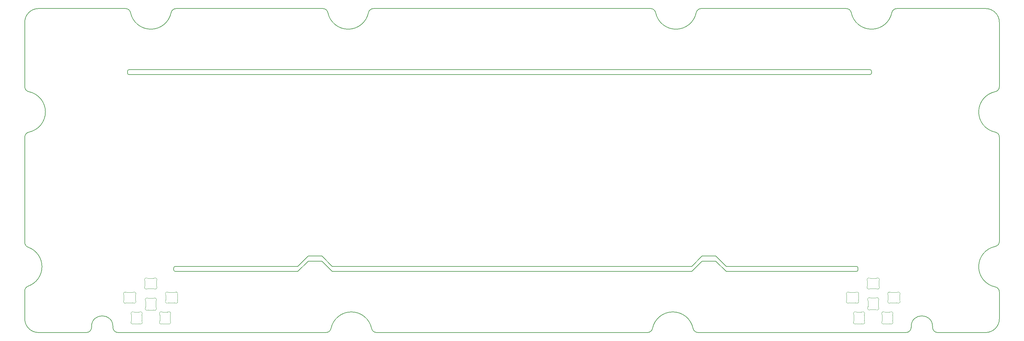
<source format=gbr>
G04 #@! TF.GenerationSoftware,KiCad,Pcbnew,(7.0.0-0)*
G04 #@! TF.CreationDate,2023-05-06T23:28:02-07:00*
G04 #@! TF.ProjectId,popstar,706f7073-7461-4722-9e6b-696361645f70,rev?*
G04 #@! TF.SameCoordinates,Original*
G04 #@! TF.FileFunction,Profile,NP*
%FSLAX46Y46*%
G04 Gerber Fmt 4.6, Leading zero omitted, Abs format (unit mm)*
G04 Created by KiCad (PCBNEW (7.0.0-0)) date 2023-05-06 23:28:02*
%MOMM*%
%LPD*%
G01*
G04 APERTURE LIST*
G04 #@! TA.AperFunction,Profile*
%ADD10C,0.200000*%
G04 #@! TD*
G04 #@! TA.AperFunction,Profile*
%ADD11C,0.100000*%
G04 #@! TD*
G04 APERTURE END LIST*
D10*
X63995900Y-33750045D02*
G75*
G03*
X62526206Y-32550044I-1469696J-300002D01*
G01*
X37299661Y-32550041D02*
X62526206Y-32550044D01*
X37299661Y-32550042D02*
G75*
G03*
X33299661Y-36550041I-2J-3999998D01*
G01*
X33299661Y-55254192D02*
X33299661Y-36550041D01*
X33299663Y-55254192D02*
G75*
G03*
X34499661Y-56723885I1499998J-1D01*
G01*
X34499967Y-68481376D02*
G75*
G03*
X34499661Y-56723886I-1200306J5878714D01*
G01*
X34499967Y-68481374D02*
G75*
G03*
X33300045Y-69951052I300080J-1469680D01*
G01*
X33300011Y-100528936D02*
X33300045Y-69951052D01*
X33300014Y-100528936D02*
G75*
G03*
X34300010Y-101943150I1499997J-4D01*
G01*
X34299997Y-113256853D02*
G75*
G03*
X34300010Y-101943152I-1999995J5656853D01*
G01*
X34299997Y-113256854D02*
G75*
G03*
X33299993Y-114671070I499999J-1414217D01*
G01*
X33299987Y-122749881D02*
X33299993Y-114671070D01*
X33299986Y-122749881D02*
G75*
G03*
X37299987Y-126749885I4000001J-3D01*
G01*
X51177333Y-126749886D02*
X37299987Y-126749885D01*
X51177333Y-126749886D02*
G75*
G03*
X52677332Y-125249886I1J1499998D01*
G01*
X52677333Y-124999884D02*
X52677332Y-125249886D01*
X58877335Y-124999887D02*
G75*
G03*
X52677333Y-124999884I-3100001J0D01*
G01*
X58877334Y-125249882D02*
X58877334Y-124999887D01*
X58877335Y-125249882D02*
G75*
G03*
X60377332Y-126749885I1499997J-6D01*
G01*
X120676245Y-126749886D02*
X60377332Y-126749885D01*
X120676245Y-126749882D02*
G75*
G03*
X122145938Y-125549886I0J1500000D01*
G01*
X133903490Y-125549886D02*
G75*
G03*
X122145940Y-125549886I-5878775J-1200000D01*
G01*
X133903490Y-125549886D02*
G75*
G03*
X135373184Y-126749887I1469693J299998D01*
G01*
X213918303Y-126749885D02*
X135373184Y-126749887D01*
X213918303Y-126749884D02*
G75*
G03*
X215387996Y-125549886I0J1500000D01*
G01*
X227145548Y-125549884D02*
G75*
G03*
X215387997Y-125549886I-5878775J-1200001D01*
G01*
X227145548Y-125549884D02*
G75*
G03*
X228615241Y-126749885I1469693J299998D01*
G01*
X288914552Y-126749885D02*
X228615241Y-126749885D01*
X288914552Y-126749886D02*
G75*
G03*
X290414553Y-125249888I1J1500000D01*
G01*
X290414553Y-125000043D02*
X290414553Y-125249888D01*
X296614551Y-125000044D02*
G75*
G03*
X290414553Y-125000043I-3099999J0D01*
G01*
X296614555Y-125249883D02*
X296614555Y-125000044D01*
X296614552Y-125249883D02*
G75*
G03*
X298114554Y-126749885I1499999J-3D01*
G01*
X311991500Y-126749887D02*
X298114554Y-126749885D01*
X311991500Y-126749885D02*
G75*
G03*
X315991500Y-122749883I2J3999998D01*
G01*
X315991492Y-114948468D02*
X315991500Y-122749883D01*
X315991494Y-114948468D02*
G75*
G03*
X314791490Y-113478777I-1499999J-3D01*
G01*
X314791491Y-101721229D02*
G75*
G03*
X314791490Y-113478777I1199993J-5878774D01*
G01*
X314791490Y-101721227D02*
G75*
G03*
X315991494Y-100251547I-299998J1469696D01*
G01*
X315991813Y-69951144D02*
X315991494Y-100251547D01*
X315991813Y-69951144D02*
G75*
G03*
X314791816Y-68481434I-1500002J15D01*
G01*
X314791845Y-56723881D02*
G75*
G03*
X314791816Y-68481433I1199982J-5878779D01*
G01*
X314791845Y-56723881D02*
G75*
G03*
X315991849Y-55254189I-299993J1469692D01*
G01*
X315991849Y-36550041D02*
X315991849Y-55254189D01*
X315991849Y-36550041D02*
G75*
G03*
X311991848Y-32550041I-4000000J0D01*
G01*
X286265282Y-32550041D02*
X311991848Y-32550041D01*
X286265282Y-32550042D02*
G75*
G03*
X284795589Y-33750041I0J-1499999D01*
G01*
X273038035Y-33750042D02*
G75*
G03*
X284795589Y-33750041I5878777J1199999D01*
G01*
X273038037Y-33750041D02*
G75*
G03*
X271568343Y-32550043I-1469695J-300004D01*
G01*
X229526738Y-32550043D02*
X271568343Y-32550043D01*
X229526738Y-32550044D02*
G75*
G03*
X228057047Y-33750043I1J-1499998D01*
G01*
X216299498Y-33750039D02*
G75*
G03*
X228057045Y-33750043I5878774J1199996D01*
G01*
X216299494Y-33750040D02*
G75*
G03*
X214829800Y-32550041I-1469695J-300003D01*
G01*
X134461680Y-32550043D02*
X214829800Y-32550041D01*
X134461680Y-32550039D02*
G75*
G03*
X132991986Y-33750041I2J-1500002D01*
G01*
X121234445Y-33750041D02*
G75*
G03*
X132991985Y-33750041I5878770J1199996D01*
G01*
X121234446Y-33750041D02*
G75*
G03*
X119764751Y-32550042I-1469694J-300001D01*
G01*
X77223142Y-32550048D02*
X119764751Y-32550042D01*
X77223142Y-32550048D02*
G75*
G03*
X75753450Y-33750045I-1J-1499997D01*
G01*
X63995903Y-33750044D02*
G75*
G03*
X75753449Y-33750045I5878773J1200000D01*
G01*
X63600000Y-51780000D02*
X278400001Y-51780000D01*
X278400000Y-50280000D02*
X63600001Y-50279999D01*
X63099999Y-51279999D02*
X63100000Y-50780000D01*
X233750000Y-104500000D02*
X229750000Y-104500000D01*
X233750000Y-106000000D02*
X236750000Y-109000000D01*
X122500000Y-107500000D02*
X122750000Y-107500000D01*
X275000000Y-108000000D02*
X275000000Y-108500000D01*
X119500000Y-106000000D02*
X122500000Y-109000000D01*
X63099952Y-51279999D02*
G75*
G03*
X63600000Y-51780000I500000J-1D01*
G01*
X274500000Y-109000000D02*
G75*
G03*
X275000000Y-108500000I0J500000D01*
G01*
X236750000Y-107500000D02*
X233750000Y-104500000D01*
X119500000Y-104500000D02*
X122500000Y-107500000D01*
X267000000Y-107500000D02*
X274500000Y-107500000D01*
X76500000Y-108500000D02*
X76500000Y-108000000D01*
X226750000Y-107500000D02*
X122750000Y-107500000D01*
X229750000Y-104500000D02*
X226750000Y-107500000D01*
X63600001Y-50280047D02*
G75*
G03*
X63100000Y-50780000I-48J-499953D01*
G01*
X274500000Y-109000000D02*
X267000000Y-109000000D01*
X112000000Y-109000000D02*
X112500000Y-109000000D01*
X112500000Y-109000000D02*
X115500000Y-106000000D01*
X267000000Y-107500000D02*
X236750000Y-107500000D01*
X229750000Y-106000000D02*
X233750000Y-106000000D01*
X77000000Y-107500000D02*
X111750000Y-107500000D01*
X111750000Y-107500000D02*
X112500000Y-107500000D01*
X278899980Y-50780000D02*
G75*
G03*
X278400000Y-50280000I-500000J0D01*
G01*
X278900002Y-51280000D02*
X278900000Y-50780000D01*
X76500000Y-108500000D02*
G75*
G03*
X77000000Y-109000000I500000J0D01*
G01*
X275000000Y-108000000D02*
G75*
G03*
X274500000Y-107500000I-500000J0D01*
G01*
X278400001Y-51780021D02*
G75*
G03*
X278900001Y-51280000I-21J500021D01*
G01*
X236750000Y-109000000D02*
X237500000Y-109000000D01*
X267000000Y-109000000D02*
X237500000Y-109000000D01*
X122500000Y-109000000D02*
X226750000Y-109000000D01*
X115500000Y-104500000D02*
X119500000Y-104500000D01*
X115500000Y-106000000D02*
X119500000Y-106000000D01*
X112500000Y-107500000D02*
X115500000Y-104500000D01*
X77000000Y-109000000D02*
X112000000Y-109000000D01*
X226750000Y-109000000D02*
X229750000Y-106000000D01*
X77000000Y-107500000D02*
G75*
G03*
X76500000Y-108000000I0J-500000D01*
G01*
D11*
G04 #@! TO.C,D12*
X281099999Y-111797157D02*
X281099999Y-113202841D01*
X280194452Y-113999999D02*
X278605548Y-113999999D01*
X278605548Y-111000000D02*
X280194453Y-111000000D01*
X277700001Y-113202841D02*
X277700001Y-111797157D01*
X281100000Y-113202841D02*
G75*
G03*
X281149485Y-113419719I499989J-2D01*
G01*
X280446711Y-114068298D02*
G75*
G03*
X281149483Y-113419718I252259J431700D01*
G01*
X281149484Y-111580279D02*
G75*
G03*
X281099999Y-111797156I450505J-216876D01*
G01*
X281149484Y-111580279D02*
G75*
G03*
X280446711Y-110931701I-450514J216878D01*
G01*
X280194453Y-111000000D02*
G75*
G03*
X280446711Y-110931701I-3J500009D01*
G01*
X280446711Y-114068298D02*
G75*
G03*
X280194452Y-113999999I-252261J-431710D01*
G01*
X278353289Y-110931700D02*
G75*
G03*
X278605547Y-110999999I252261J431710D01*
G01*
X278605548Y-114000000D02*
G75*
G03*
X278353290Y-114068298I2J-500010D01*
G01*
X277650520Y-113419721D02*
G75*
G03*
X278353289Y-114068296I450510J-216879D01*
G01*
X277650516Y-113419719D02*
G75*
G03*
X277700001Y-113202842I-450866J216959D01*
G01*
X278353289Y-110931700D02*
G75*
G03*
X277650516Y-111580279I-252259J-431700D01*
G01*
X277699989Y-111797157D02*
G75*
G03*
X277650515Y-111580279I-500289J-43D01*
G01*
G04 #@! TO.C,D1*
X71549999Y-111797157D02*
X71549999Y-113202841D01*
X70644452Y-113999999D02*
X69055548Y-113999999D01*
X69055548Y-111000000D02*
X70644453Y-111000000D01*
X68150001Y-113202841D02*
X68150001Y-111797157D01*
X71550000Y-113202841D02*
G75*
G03*
X71599485Y-113419719I499989J-2D01*
G01*
X70896711Y-114068298D02*
G75*
G03*
X71599483Y-113419718I252259J431700D01*
G01*
X71599484Y-111580279D02*
G75*
G03*
X71549999Y-111797156I450505J-216876D01*
G01*
X71599484Y-111580279D02*
G75*
G03*
X70896711Y-110931701I-450514J216878D01*
G01*
X70644453Y-111000000D02*
G75*
G03*
X70896711Y-110931701I-3J500009D01*
G01*
X70896711Y-114068298D02*
G75*
G03*
X70644452Y-113999999I-252261J-431710D01*
G01*
X68803289Y-110931700D02*
G75*
G03*
X69055547Y-110999999I252261J431710D01*
G01*
X69055548Y-114000000D02*
G75*
G03*
X68803290Y-114068298I2J-500010D01*
G01*
X68100520Y-113419721D02*
G75*
G03*
X68803289Y-114068296I450510J-216879D01*
G01*
X68100516Y-113419719D02*
G75*
G03*
X68150001Y-113202842I-450866J216959D01*
G01*
X68803289Y-110931700D02*
G75*
G03*
X68100516Y-111580279I-252259J-431700D01*
G01*
X68149989Y-111797157D02*
G75*
G03*
X68100515Y-111580279I-500289J-43D01*
G01*
G04 #@! TO.C,D2*
X65449999Y-115897157D02*
X65449999Y-117302841D01*
X64544452Y-118099999D02*
X62955548Y-118099999D01*
X62955548Y-115100000D02*
X64544453Y-115100000D01*
X62050001Y-117302841D02*
X62050001Y-115897157D01*
X65450000Y-117302841D02*
G75*
G03*
X65499485Y-117519719I499989J-2D01*
G01*
X64796711Y-118168298D02*
G75*
G03*
X65499483Y-117519718I252259J431700D01*
G01*
X65499484Y-115680279D02*
G75*
G03*
X65449999Y-115897156I450505J-216876D01*
G01*
X65499484Y-115680279D02*
G75*
G03*
X64796711Y-115031701I-450514J216878D01*
G01*
X64544453Y-115100000D02*
G75*
G03*
X64796711Y-115031701I-3J500009D01*
G01*
X64796711Y-118168298D02*
G75*
G03*
X64544452Y-118099999I-252261J-431710D01*
G01*
X62703289Y-115031700D02*
G75*
G03*
X62955547Y-115099999I252261J431710D01*
G01*
X62955548Y-118100000D02*
G75*
G03*
X62703290Y-118168298I2J-500010D01*
G01*
X62000520Y-117519721D02*
G75*
G03*
X62703289Y-118168296I450510J-216879D01*
G01*
X62000516Y-117519719D02*
G75*
G03*
X62050001Y-117302842I-450866J216959D01*
G01*
X62703289Y-115031700D02*
G75*
G03*
X62000516Y-115680279I-252259J-431700D01*
G01*
X62049989Y-115897157D02*
G75*
G03*
X62000515Y-115680279I-500289J-43D01*
G01*
G04 #@! TO.C,D4*
X74702843Y-124199999D02*
X73297159Y-124199999D01*
X72500001Y-123294452D02*
X72500001Y-121705548D01*
X75500000Y-121705548D02*
X75500000Y-123294453D01*
X73297159Y-120800001D02*
X74702843Y-120800001D01*
X73297159Y-124200000D02*
G75*
G03*
X73080281Y-124249485I-2J-499989D01*
G01*
X72431702Y-123546711D02*
G75*
G03*
X73080282Y-124249483I431700J-252259D01*
G01*
X74919721Y-124249484D02*
G75*
G03*
X74702844Y-124199999I-216876J-450505D01*
G01*
X74919721Y-124249484D02*
G75*
G03*
X75568299Y-123546711I216878J450514D01*
G01*
X75500000Y-123294453D02*
G75*
G03*
X75568299Y-123546711I500009J3D01*
G01*
X72431702Y-123546711D02*
G75*
G03*
X72500001Y-123294452I-431710J252261D01*
G01*
X75568300Y-121453289D02*
G75*
G03*
X75500001Y-121705547I431710J-252261D01*
G01*
X72500000Y-121705548D02*
G75*
G03*
X72431702Y-121453290I-500010J-2D01*
G01*
X73080279Y-120750520D02*
G75*
G03*
X72431704Y-121453289I-216879J-450510D01*
G01*
X73080281Y-120750516D02*
G75*
G03*
X73297158Y-120800001I216959J450866D01*
G01*
X75568300Y-121453289D02*
G75*
G03*
X74919721Y-120750516I-431700J252259D01*
G01*
X74702843Y-120799989D02*
G75*
G03*
X74919721Y-120750515I-43J500289D01*
G01*
G04 #@! TO.C,D5*
X74200001Y-117302843D02*
X74200001Y-115897159D01*
X75105548Y-115100001D02*
X76694452Y-115100001D01*
X76694452Y-118100000D02*
X75105547Y-118100000D01*
X77599999Y-115897159D02*
X77599999Y-117302843D01*
X74200000Y-115897159D02*
G75*
G03*
X74150515Y-115680281I-499989J2D01*
G01*
X74853289Y-115031702D02*
G75*
G03*
X74150517Y-115680282I-252259J-431700D01*
G01*
X74150516Y-117519721D02*
G75*
G03*
X74200001Y-117302844I-450505J216876D01*
G01*
X74150516Y-117519721D02*
G75*
G03*
X74853289Y-118168299I450514J-216878D01*
G01*
X75105547Y-118100000D02*
G75*
G03*
X74853289Y-118168299I3J-500009D01*
G01*
X74853289Y-115031702D02*
G75*
G03*
X75105548Y-115100001I252261J431710D01*
G01*
X76946711Y-118168300D02*
G75*
G03*
X76694453Y-118100001I-252261J-431710D01*
G01*
X76694452Y-115100000D02*
G75*
G03*
X76946710Y-115031702I-2J500010D01*
G01*
X77649480Y-115680279D02*
G75*
G03*
X76946711Y-115031704I-450510J216879D01*
G01*
X77649484Y-115680281D02*
G75*
G03*
X77599999Y-115897158I450866J-216959D01*
G01*
X76946711Y-118168300D02*
G75*
G03*
X77649484Y-117519721I252259J431700D01*
G01*
X77600011Y-117302843D02*
G75*
G03*
X77649485Y-117519721I500289J43D01*
G01*
G04 #@! TO.C,D8*
X274597157Y-120800001D02*
X276002841Y-120800001D01*
X276799999Y-121705548D02*
X276799999Y-123294452D01*
X273800000Y-123294452D02*
X273800000Y-121705547D01*
X276002841Y-124199999D02*
X274597157Y-124199999D01*
X276002841Y-120800000D02*
G75*
G03*
X276219719Y-120750515I2J499989D01*
G01*
X276868298Y-121453289D02*
G75*
G03*
X276219718Y-120750517I-431700J252259D01*
G01*
X274380279Y-120750516D02*
G75*
G03*
X274597156Y-120800001I216876J450505D01*
G01*
X274380279Y-120750516D02*
G75*
G03*
X273731701Y-121453289I-216878J-450514D01*
G01*
X273800000Y-121705547D02*
G75*
G03*
X273731701Y-121453289I-500009J-3D01*
G01*
X276868298Y-121453289D02*
G75*
G03*
X276799999Y-121705548I431710J-252261D01*
G01*
X273731700Y-123546711D02*
G75*
G03*
X273799999Y-123294453I-431710J252261D01*
G01*
X276800000Y-123294452D02*
G75*
G03*
X276868298Y-123546710I500010J2D01*
G01*
X276219721Y-124249480D02*
G75*
G03*
X276868296Y-123546711I216879J450510D01*
G01*
X276219719Y-124249484D02*
G75*
G03*
X276002842Y-124199999I-216959J-450866D01*
G01*
X273731700Y-123546711D02*
G75*
G03*
X274380279Y-124249484I431700J-252259D01*
G01*
X274597157Y-124200011D02*
G75*
G03*
X274380279Y-124249485I43J-500289D01*
G01*
G04 #@! TO.C,D7*
X275099999Y-115897157D02*
X275099999Y-117302841D01*
X274194452Y-118099999D02*
X272605548Y-118099999D01*
X272605548Y-115100000D02*
X274194453Y-115100000D01*
X271700001Y-117302841D02*
X271700001Y-115897157D01*
X275100000Y-117302841D02*
G75*
G03*
X275149485Y-117519719I499989J-2D01*
G01*
X274446711Y-118168298D02*
G75*
G03*
X275149483Y-117519718I252259J431700D01*
G01*
X275149484Y-115680279D02*
G75*
G03*
X275099999Y-115897156I450505J-216876D01*
G01*
X275149484Y-115680279D02*
G75*
G03*
X274446711Y-115031701I-450514J216878D01*
G01*
X274194453Y-115100000D02*
G75*
G03*
X274446711Y-115031701I-3J500009D01*
G01*
X274446711Y-118168298D02*
G75*
G03*
X274194452Y-118099999I-252261J-431710D01*
G01*
X272353289Y-115031700D02*
G75*
G03*
X272605547Y-115099999I252261J431710D01*
G01*
X272605548Y-118100000D02*
G75*
G03*
X272353290Y-118168298I2J-500010D01*
G01*
X271650520Y-117519721D02*
G75*
G03*
X272353289Y-118168296I450510J-216879D01*
G01*
X271650516Y-117519719D02*
G75*
G03*
X271700001Y-117302842I-450866J216959D01*
G01*
X272353289Y-115031700D02*
G75*
G03*
X271650516Y-115680279I-252259J-431700D01*
G01*
X271699989Y-115897157D02*
G75*
G03*
X271650515Y-115680279I-500289J-43D01*
G01*
G04 #@! TO.C,D11*
X278697157Y-116700001D02*
X280102841Y-116700001D01*
X280899999Y-117605548D02*
X280899999Y-119194452D01*
X277900000Y-119194452D02*
X277900000Y-117605547D01*
X280102841Y-120099999D02*
X278697157Y-120099999D01*
X280102841Y-116700000D02*
G75*
G03*
X280319719Y-116650515I2J499989D01*
G01*
X280968298Y-117353289D02*
G75*
G03*
X280319718Y-116650517I-431700J252259D01*
G01*
X278480279Y-116650516D02*
G75*
G03*
X278697156Y-116700001I216876J450505D01*
G01*
X278480279Y-116650516D02*
G75*
G03*
X277831701Y-117353289I-216878J-450514D01*
G01*
X277900000Y-117605547D02*
G75*
G03*
X277831701Y-117353289I-500009J-3D01*
G01*
X280968298Y-117353289D02*
G75*
G03*
X280899999Y-117605548I431710J-252261D01*
G01*
X277831700Y-119446711D02*
G75*
G03*
X277899999Y-119194453I-431710J252261D01*
G01*
X280900000Y-119194452D02*
G75*
G03*
X280968298Y-119446710I500010J2D01*
G01*
X280319721Y-120149480D02*
G75*
G03*
X280968296Y-119446711I216879J450510D01*
G01*
X280319719Y-120149484D02*
G75*
G03*
X280102842Y-120099999I-216959J-450866D01*
G01*
X277831700Y-119446711D02*
G75*
G03*
X278480279Y-120149484I431700J-252259D01*
G01*
X278697157Y-120100011D02*
G75*
G03*
X278480279Y-120149485I43J-500289D01*
G01*
G04 #@! TO.C,D3*
X65047157Y-120800001D02*
X66452841Y-120800001D01*
X67249999Y-121705548D02*
X67249999Y-123294452D01*
X64250000Y-123294452D02*
X64250000Y-121705547D01*
X66452841Y-124199999D02*
X65047157Y-124199999D01*
X66452841Y-120800000D02*
G75*
G03*
X66669719Y-120750515I2J499989D01*
G01*
X67318298Y-121453289D02*
G75*
G03*
X66669718Y-120750517I-431700J252259D01*
G01*
X64830279Y-120750516D02*
G75*
G03*
X65047156Y-120800001I216876J450505D01*
G01*
X64830279Y-120750516D02*
G75*
G03*
X64181701Y-121453289I-216878J-450514D01*
G01*
X64250000Y-121705547D02*
G75*
G03*
X64181701Y-121453289I-500009J-3D01*
G01*
X67318298Y-121453289D02*
G75*
G03*
X67249999Y-121705548I431710J-252261D01*
G01*
X64181700Y-123546711D02*
G75*
G03*
X64249999Y-123294453I-431710J252261D01*
G01*
X67250000Y-123294452D02*
G75*
G03*
X67318298Y-123546710I500010J2D01*
G01*
X66669721Y-124249480D02*
G75*
G03*
X67318296Y-123546711I216879J450510D01*
G01*
X66669719Y-124249484D02*
G75*
G03*
X66452842Y-124199999I-216959J-450866D01*
G01*
X64181700Y-123546711D02*
G75*
G03*
X64830279Y-124249484I431700J-252259D01*
G01*
X65047157Y-124200011D02*
G75*
G03*
X64830279Y-124249485I43J-500289D01*
G01*
G04 #@! TO.C,D10*
X283700001Y-117302843D02*
X283700001Y-115897159D01*
X284605548Y-115100001D02*
X286194452Y-115100001D01*
X286194452Y-118100000D02*
X284605547Y-118100000D01*
X287099999Y-115897159D02*
X287099999Y-117302843D01*
X283700000Y-115897159D02*
G75*
G03*
X283650515Y-115680281I-499989J2D01*
G01*
X284353289Y-115031702D02*
G75*
G03*
X283650517Y-115680282I-252259J-431700D01*
G01*
X283650516Y-117519721D02*
G75*
G03*
X283700001Y-117302844I-450505J216876D01*
G01*
X283650516Y-117519721D02*
G75*
G03*
X284353289Y-118168299I450514J-216878D01*
G01*
X284605547Y-118100000D02*
G75*
G03*
X284353289Y-118168299I3J-500009D01*
G01*
X284353289Y-115031702D02*
G75*
G03*
X284605548Y-115100001I252261J431710D01*
G01*
X286446711Y-118168300D02*
G75*
G03*
X286194453Y-118100001I-252261J-431710D01*
G01*
X286194452Y-115100000D02*
G75*
G03*
X286446710Y-115031702I-2J500010D01*
G01*
X287149480Y-115680279D02*
G75*
G03*
X286446711Y-115031704I-450510J216879D01*
G01*
X287149484Y-115680281D02*
G75*
G03*
X287099999Y-115897158I450866J-216959D01*
G01*
X286446711Y-118168300D02*
G75*
G03*
X287149484Y-117519721I252259J431700D01*
G01*
X287100011Y-117302843D02*
G75*
G03*
X287149485Y-117519721I500289J43D01*
G01*
G04 #@! TO.C,D6*
X69172157Y-116800001D02*
X70577841Y-116800001D01*
X71374999Y-117705548D02*
X71374999Y-119294452D01*
X68375000Y-119294452D02*
X68375000Y-117705547D01*
X70577841Y-120199999D02*
X69172157Y-120199999D01*
X70577841Y-116800000D02*
G75*
G03*
X70794719Y-116750515I2J499989D01*
G01*
X71443298Y-117453289D02*
G75*
G03*
X70794718Y-116750517I-431700J252259D01*
G01*
X68955279Y-116750516D02*
G75*
G03*
X69172156Y-116800001I216876J450505D01*
G01*
X68955279Y-116750516D02*
G75*
G03*
X68306701Y-117453289I-216878J-450514D01*
G01*
X68375000Y-117705547D02*
G75*
G03*
X68306701Y-117453289I-500009J-3D01*
G01*
X71443298Y-117453289D02*
G75*
G03*
X71374999Y-117705548I431710J-252261D01*
G01*
X68306700Y-119546711D02*
G75*
G03*
X68374999Y-119294453I-431710J252261D01*
G01*
X71375000Y-119294452D02*
G75*
G03*
X71443298Y-119546710I500010J2D01*
G01*
X70794721Y-120249480D02*
G75*
G03*
X71443296Y-119546711I216879J450510D01*
G01*
X70794719Y-120249484D02*
G75*
G03*
X70577842Y-120199999I-216959J-450866D01*
G01*
X68306700Y-119546711D02*
G75*
G03*
X68955279Y-120249484I431700J-252259D01*
G01*
X69172157Y-120200011D02*
G75*
G03*
X68955279Y-120249485I43J-500289D01*
G01*
G04 #@! TO.C,D9*
X284202843Y-124199999D02*
X282797159Y-124199999D01*
X282000001Y-123294452D02*
X282000001Y-121705548D01*
X285000000Y-121705548D02*
X285000000Y-123294453D01*
X282797159Y-120800001D02*
X284202843Y-120800001D01*
X282797159Y-124200000D02*
G75*
G03*
X282580281Y-124249485I-2J-499989D01*
G01*
X281931702Y-123546711D02*
G75*
G03*
X282580282Y-124249483I431700J-252259D01*
G01*
X284419721Y-124249484D02*
G75*
G03*
X284202844Y-124199999I-216876J-450505D01*
G01*
X284419721Y-124249484D02*
G75*
G03*
X285068299Y-123546711I216878J450514D01*
G01*
X285000000Y-123294453D02*
G75*
G03*
X285068299Y-123546711I500009J3D01*
G01*
X281931702Y-123546711D02*
G75*
G03*
X282000001Y-123294452I-431710J252261D01*
G01*
X285068300Y-121453289D02*
G75*
G03*
X285000001Y-121705547I431710J-252261D01*
G01*
X282000000Y-121705548D02*
G75*
G03*
X281931702Y-121453290I-500010J-2D01*
G01*
X282580279Y-120750520D02*
G75*
G03*
X281931704Y-121453289I-216879J-450510D01*
G01*
X282580281Y-120750516D02*
G75*
G03*
X282797158Y-120800001I216959J450866D01*
G01*
X285068300Y-121453289D02*
G75*
G03*
X284419721Y-120750516I-431700J252259D01*
G01*
X284202843Y-120799989D02*
G75*
G03*
X284419721Y-120750515I-43J500289D01*
G01*
G04 #@! TD*
M02*

</source>
